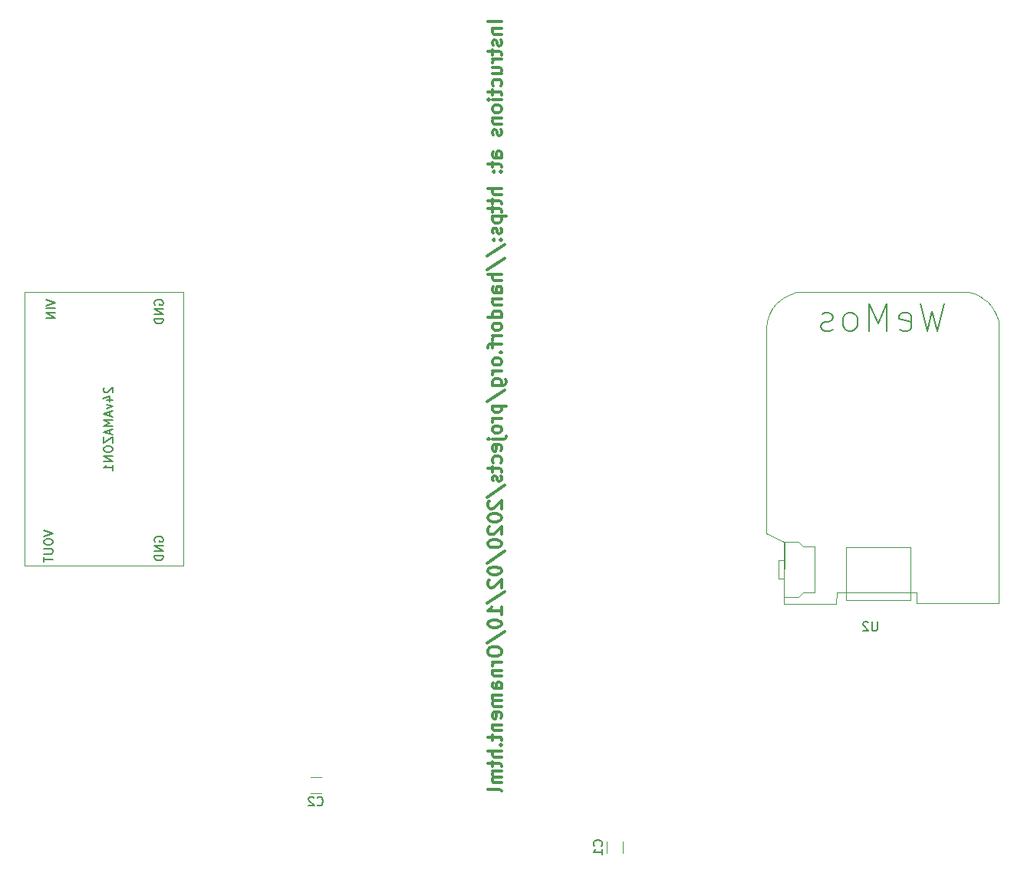
<source format=gbr>
G04 #@! TF.GenerationSoftware,KiCad,Pcbnew,(5.1.4)-1*
G04 #@! TF.CreationDate,2020-02-10T21:36:07-05:00*
G04 #@! TF.ProjectId,xmas,786d6173-2e6b-4696-9361-645f70636258,rev?*
G04 #@! TF.SameCoordinates,Original*
G04 #@! TF.FileFunction,Legend,Bot*
G04 #@! TF.FilePolarity,Positive*
%FSLAX46Y46*%
G04 Gerber Fmt 4.6, Leading zero omitted, Abs format (unit mm)*
G04 Created by KiCad (PCBNEW (5.1.4)-1) date 2020-02-10 21:36:07*
%MOMM*%
%LPD*%
G04 APERTURE LIST*
%ADD10C,0.300000*%
%ADD11C,0.120000*%
%ADD12C,0.100000*%
%ADD13C,0.150000*%
G04 APERTURE END LIST*
D10*
X189146571Y-26659428D02*
X187646571Y-26659428D01*
X188146571Y-27373714D02*
X189146571Y-27373714D01*
X188289428Y-27373714D02*
X188218000Y-27445142D01*
X188146571Y-27588000D01*
X188146571Y-27802285D01*
X188218000Y-27945142D01*
X188360857Y-28016571D01*
X189146571Y-28016571D01*
X189075142Y-28659428D02*
X189146571Y-28802285D01*
X189146571Y-29088000D01*
X189075142Y-29230857D01*
X188932285Y-29302285D01*
X188860857Y-29302285D01*
X188718000Y-29230857D01*
X188646571Y-29088000D01*
X188646571Y-28873714D01*
X188575142Y-28730857D01*
X188432285Y-28659428D01*
X188360857Y-28659428D01*
X188218000Y-28730857D01*
X188146571Y-28873714D01*
X188146571Y-29088000D01*
X188218000Y-29230857D01*
X188146571Y-29730857D02*
X188146571Y-30302285D01*
X187646571Y-29945142D02*
X188932285Y-29945142D01*
X189075142Y-30016571D01*
X189146571Y-30159428D01*
X189146571Y-30302285D01*
X189146571Y-30802285D02*
X188146571Y-30802285D01*
X188432285Y-30802285D02*
X188289428Y-30873714D01*
X188218000Y-30945142D01*
X188146571Y-31088000D01*
X188146571Y-31230857D01*
X188146571Y-32373714D02*
X189146571Y-32373714D01*
X188146571Y-31730857D02*
X188932285Y-31730857D01*
X189075142Y-31802285D01*
X189146571Y-31945142D01*
X189146571Y-32159428D01*
X189075142Y-32302285D01*
X189003714Y-32373714D01*
X189075142Y-33730857D02*
X189146571Y-33588000D01*
X189146571Y-33302285D01*
X189075142Y-33159428D01*
X189003714Y-33088000D01*
X188860857Y-33016571D01*
X188432285Y-33016571D01*
X188289428Y-33088000D01*
X188218000Y-33159428D01*
X188146571Y-33302285D01*
X188146571Y-33588000D01*
X188218000Y-33730857D01*
X188146571Y-34159428D02*
X188146571Y-34730857D01*
X187646571Y-34373714D02*
X188932285Y-34373714D01*
X189075142Y-34445142D01*
X189146571Y-34588000D01*
X189146571Y-34730857D01*
X189146571Y-35230857D02*
X188146571Y-35230857D01*
X187646571Y-35230857D02*
X187718000Y-35159428D01*
X187789428Y-35230857D01*
X187718000Y-35302285D01*
X187646571Y-35230857D01*
X187789428Y-35230857D01*
X189146571Y-36159428D02*
X189075142Y-36016571D01*
X189003714Y-35945142D01*
X188860857Y-35873714D01*
X188432285Y-35873714D01*
X188289428Y-35945142D01*
X188218000Y-36016571D01*
X188146571Y-36159428D01*
X188146571Y-36373714D01*
X188218000Y-36516571D01*
X188289428Y-36588000D01*
X188432285Y-36659428D01*
X188860857Y-36659428D01*
X189003714Y-36588000D01*
X189075142Y-36516571D01*
X189146571Y-36373714D01*
X189146571Y-36159428D01*
X188146571Y-37302285D02*
X189146571Y-37302285D01*
X188289428Y-37302285D02*
X188218000Y-37373714D01*
X188146571Y-37516571D01*
X188146571Y-37730857D01*
X188218000Y-37873714D01*
X188360857Y-37945142D01*
X189146571Y-37945142D01*
X189075142Y-38588000D02*
X189146571Y-38730857D01*
X189146571Y-39016571D01*
X189075142Y-39159428D01*
X188932285Y-39230857D01*
X188860857Y-39230857D01*
X188718000Y-39159428D01*
X188646571Y-39016571D01*
X188646571Y-38802285D01*
X188575142Y-38659428D01*
X188432285Y-38588000D01*
X188360857Y-38588000D01*
X188218000Y-38659428D01*
X188146571Y-38802285D01*
X188146571Y-39016571D01*
X188218000Y-39159428D01*
X189146571Y-41659428D02*
X188360857Y-41659428D01*
X188218000Y-41588000D01*
X188146571Y-41445142D01*
X188146571Y-41159428D01*
X188218000Y-41016571D01*
X189075142Y-41659428D02*
X189146571Y-41516571D01*
X189146571Y-41159428D01*
X189075142Y-41016571D01*
X188932285Y-40945142D01*
X188789428Y-40945142D01*
X188646571Y-41016571D01*
X188575142Y-41159428D01*
X188575142Y-41516571D01*
X188503714Y-41659428D01*
X188146571Y-42159428D02*
X188146571Y-42730857D01*
X187646571Y-42373714D02*
X188932285Y-42373714D01*
X189075142Y-42445142D01*
X189146571Y-42588000D01*
X189146571Y-42730857D01*
X189003714Y-43230857D02*
X189075142Y-43302285D01*
X189146571Y-43230857D01*
X189075142Y-43159428D01*
X189003714Y-43230857D01*
X189146571Y-43230857D01*
X188218000Y-43230857D02*
X188289428Y-43302285D01*
X188360857Y-43230857D01*
X188289428Y-43159428D01*
X188218000Y-43230857D01*
X188360857Y-43230857D01*
X189146571Y-45088000D02*
X187646571Y-45088000D01*
X189146571Y-45730857D02*
X188360857Y-45730857D01*
X188218000Y-45659428D01*
X188146571Y-45516571D01*
X188146571Y-45302285D01*
X188218000Y-45159428D01*
X188289428Y-45088000D01*
X188146571Y-46230857D02*
X188146571Y-46802285D01*
X187646571Y-46445142D02*
X188932285Y-46445142D01*
X189075142Y-46516571D01*
X189146571Y-46659428D01*
X189146571Y-46802285D01*
X188146571Y-47088000D02*
X188146571Y-47659428D01*
X187646571Y-47302285D02*
X188932285Y-47302285D01*
X189075142Y-47373714D01*
X189146571Y-47516571D01*
X189146571Y-47659428D01*
X188146571Y-48159428D02*
X189646571Y-48159428D01*
X188218000Y-48159428D02*
X188146571Y-48302285D01*
X188146571Y-48588000D01*
X188218000Y-48730857D01*
X188289428Y-48802285D01*
X188432285Y-48873714D01*
X188860857Y-48873714D01*
X189003714Y-48802285D01*
X189075142Y-48730857D01*
X189146571Y-48588000D01*
X189146571Y-48302285D01*
X189075142Y-48159428D01*
X189075142Y-49445142D02*
X189146571Y-49588000D01*
X189146571Y-49873714D01*
X189075142Y-50016571D01*
X188932285Y-50088000D01*
X188860857Y-50088000D01*
X188718000Y-50016571D01*
X188646571Y-49873714D01*
X188646571Y-49659428D01*
X188575142Y-49516571D01*
X188432285Y-49445142D01*
X188360857Y-49445142D01*
X188218000Y-49516571D01*
X188146571Y-49659428D01*
X188146571Y-49873714D01*
X188218000Y-50016571D01*
X189003714Y-50730857D02*
X189075142Y-50802285D01*
X189146571Y-50730857D01*
X189075142Y-50659428D01*
X189003714Y-50730857D01*
X189146571Y-50730857D01*
X188218000Y-50730857D02*
X188289428Y-50802285D01*
X188360857Y-50730857D01*
X188289428Y-50659428D01*
X188218000Y-50730857D01*
X188360857Y-50730857D01*
X187575142Y-52516571D02*
X189503714Y-51230857D01*
X187575142Y-54088000D02*
X189503714Y-52802285D01*
X189146571Y-54588000D02*
X187646571Y-54588000D01*
X189146571Y-55230857D02*
X188360857Y-55230857D01*
X188218000Y-55159428D01*
X188146571Y-55016571D01*
X188146571Y-54802285D01*
X188218000Y-54659428D01*
X188289428Y-54588000D01*
X189146571Y-56588000D02*
X188360857Y-56588000D01*
X188218000Y-56516571D01*
X188146571Y-56373714D01*
X188146571Y-56088000D01*
X188218000Y-55945142D01*
X189075142Y-56588000D02*
X189146571Y-56445142D01*
X189146571Y-56088000D01*
X189075142Y-55945142D01*
X188932285Y-55873714D01*
X188789428Y-55873714D01*
X188646571Y-55945142D01*
X188575142Y-56088000D01*
X188575142Y-56445142D01*
X188503714Y-56588000D01*
X188146571Y-57302285D02*
X189146571Y-57302285D01*
X188289428Y-57302285D02*
X188218000Y-57373714D01*
X188146571Y-57516571D01*
X188146571Y-57730857D01*
X188218000Y-57873714D01*
X188360857Y-57945142D01*
X189146571Y-57945142D01*
X189146571Y-59302285D02*
X187646571Y-59302285D01*
X189075142Y-59302285D02*
X189146571Y-59159428D01*
X189146571Y-58873714D01*
X189075142Y-58730857D01*
X189003714Y-58659428D01*
X188860857Y-58588000D01*
X188432285Y-58588000D01*
X188289428Y-58659428D01*
X188218000Y-58730857D01*
X188146571Y-58873714D01*
X188146571Y-59159428D01*
X188218000Y-59302285D01*
X189146571Y-60230857D02*
X189075142Y-60088000D01*
X189003714Y-60016571D01*
X188860857Y-59945142D01*
X188432285Y-59945142D01*
X188289428Y-60016571D01*
X188218000Y-60088000D01*
X188146571Y-60230857D01*
X188146571Y-60445142D01*
X188218000Y-60588000D01*
X188289428Y-60659428D01*
X188432285Y-60730857D01*
X188860857Y-60730857D01*
X189003714Y-60659428D01*
X189075142Y-60588000D01*
X189146571Y-60445142D01*
X189146571Y-60230857D01*
X189146571Y-61373714D02*
X188146571Y-61373714D01*
X188432285Y-61373714D02*
X188289428Y-61445142D01*
X188218000Y-61516571D01*
X188146571Y-61659428D01*
X188146571Y-61802285D01*
X188146571Y-62088000D02*
X188146571Y-62659428D01*
X189146571Y-62302285D02*
X187860857Y-62302285D01*
X187718000Y-62373714D01*
X187646571Y-62516571D01*
X187646571Y-62659428D01*
X189003714Y-63159428D02*
X189075142Y-63230857D01*
X189146571Y-63159428D01*
X189075142Y-63088000D01*
X189003714Y-63159428D01*
X189146571Y-63159428D01*
X189146571Y-64088000D02*
X189075142Y-63945142D01*
X189003714Y-63873714D01*
X188860857Y-63802285D01*
X188432285Y-63802285D01*
X188289428Y-63873714D01*
X188218000Y-63945142D01*
X188146571Y-64088000D01*
X188146571Y-64302285D01*
X188218000Y-64445142D01*
X188289428Y-64516571D01*
X188432285Y-64588000D01*
X188860857Y-64588000D01*
X189003714Y-64516571D01*
X189075142Y-64445142D01*
X189146571Y-64302285D01*
X189146571Y-64088000D01*
X189146571Y-65230857D02*
X188146571Y-65230857D01*
X188432285Y-65230857D02*
X188289428Y-65302285D01*
X188218000Y-65373714D01*
X188146571Y-65516571D01*
X188146571Y-65659428D01*
X188146571Y-66802285D02*
X189360857Y-66802285D01*
X189503714Y-66730857D01*
X189575142Y-66659428D01*
X189646571Y-66516571D01*
X189646571Y-66302285D01*
X189575142Y-66159428D01*
X189075142Y-66802285D02*
X189146571Y-66659428D01*
X189146571Y-66373714D01*
X189075142Y-66230857D01*
X189003714Y-66159428D01*
X188860857Y-66088000D01*
X188432285Y-66088000D01*
X188289428Y-66159428D01*
X188218000Y-66230857D01*
X188146571Y-66373714D01*
X188146571Y-66659428D01*
X188218000Y-66802285D01*
X187575142Y-68588000D02*
X189503714Y-67302285D01*
X188146571Y-69088000D02*
X189646571Y-69088000D01*
X188218000Y-69088000D02*
X188146571Y-69230857D01*
X188146571Y-69516571D01*
X188218000Y-69659428D01*
X188289428Y-69730857D01*
X188432285Y-69802285D01*
X188860857Y-69802285D01*
X189003714Y-69730857D01*
X189075142Y-69659428D01*
X189146571Y-69516571D01*
X189146571Y-69230857D01*
X189075142Y-69088000D01*
X189146571Y-70445142D02*
X188146571Y-70445142D01*
X188432285Y-70445142D02*
X188289428Y-70516571D01*
X188218000Y-70588000D01*
X188146571Y-70730857D01*
X188146571Y-70873714D01*
X189146571Y-71588000D02*
X189075142Y-71445142D01*
X189003714Y-71373714D01*
X188860857Y-71302285D01*
X188432285Y-71302285D01*
X188289428Y-71373714D01*
X188218000Y-71445142D01*
X188146571Y-71588000D01*
X188146571Y-71802285D01*
X188218000Y-71945142D01*
X188289428Y-72016571D01*
X188432285Y-72088000D01*
X188860857Y-72088000D01*
X189003714Y-72016571D01*
X189075142Y-71945142D01*
X189146571Y-71802285D01*
X189146571Y-71588000D01*
X188146571Y-72730857D02*
X189432285Y-72730857D01*
X189575142Y-72659428D01*
X189646571Y-72516571D01*
X189646571Y-72445142D01*
X187646571Y-72730857D02*
X187718000Y-72659428D01*
X187789428Y-72730857D01*
X187718000Y-72802285D01*
X187646571Y-72730857D01*
X187789428Y-72730857D01*
X189075142Y-74016571D02*
X189146571Y-73873714D01*
X189146571Y-73588000D01*
X189075142Y-73445142D01*
X188932285Y-73373714D01*
X188360857Y-73373714D01*
X188218000Y-73445142D01*
X188146571Y-73588000D01*
X188146571Y-73873714D01*
X188218000Y-74016571D01*
X188360857Y-74088000D01*
X188503714Y-74088000D01*
X188646571Y-73373714D01*
X189075142Y-75373714D02*
X189146571Y-75230857D01*
X189146571Y-74945142D01*
X189075142Y-74802285D01*
X189003714Y-74730857D01*
X188860857Y-74659428D01*
X188432285Y-74659428D01*
X188289428Y-74730857D01*
X188218000Y-74802285D01*
X188146571Y-74945142D01*
X188146571Y-75230857D01*
X188218000Y-75373714D01*
X188146571Y-75802285D02*
X188146571Y-76373714D01*
X187646571Y-76016571D02*
X188932285Y-76016571D01*
X189075142Y-76088000D01*
X189146571Y-76230857D01*
X189146571Y-76373714D01*
X189075142Y-76802285D02*
X189146571Y-76945142D01*
X189146571Y-77230857D01*
X189075142Y-77373714D01*
X188932285Y-77445142D01*
X188860857Y-77445142D01*
X188718000Y-77373714D01*
X188646571Y-77230857D01*
X188646571Y-77016571D01*
X188575142Y-76873714D01*
X188432285Y-76802285D01*
X188360857Y-76802285D01*
X188218000Y-76873714D01*
X188146571Y-77016571D01*
X188146571Y-77230857D01*
X188218000Y-77373714D01*
X187575142Y-79159428D02*
X189503714Y-77873714D01*
X187789428Y-79588000D02*
X187718000Y-79659428D01*
X187646571Y-79802285D01*
X187646571Y-80159428D01*
X187718000Y-80302285D01*
X187789428Y-80373714D01*
X187932285Y-80445142D01*
X188075142Y-80445142D01*
X188289428Y-80373714D01*
X189146571Y-79516571D01*
X189146571Y-80445142D01*
X187646571Y-81373714D02*
X187646571Y-81516571D01*
X187718000Y-81659428D01*
X187789428Y-81730857D01*
X187932285Y-81802285D01*
X188218000Y-81873714D01*
X188575142Y-81873714D01*
X188860857Y-81802285D01*
X189003714Y-81730857D01*
X189075142Y-81659428D01*
X189146571Y-81516571D01*
X189146571Y-81373714D01*
X189075142Y-81230857D01*
X189003714Y-81159428D01*
X188860857Y-81088000D01*
X188575142Y-81016571D01*
X188218000Y-81016571D01*
X187932285Y-81088000D01*
X187789428Y-81159428D01*
X187718000Y-81230857D01*
X187646571Y-81373714D01*
X187789428Y-82445142D02*
X187718000Y-82516571D01*
X187646571Y-82659428D01*
X187646571Y-83016571D01*
X187718000Y-83159428D01*
X187789428Y-83230857D01*
X187932285Y-83302285D01*
X188075142Y-83302285D01*
X188289428Y-83230857D01*
X189146571Y-82373714D01*
X189146571Y-83302285D01*
X187646571Y-84230857D02*
X187646571Y-84373714D01*
X187718000Y-84516571D01*
X187789428Y-84588000D01*
X187932285Y-84659428D01*
X188218000Y-84730857D01*
X188575142Y-84730857D01*
X188860857Y-84659428D01*
X189003714Y-84588000D01*
X189075142Y-84516571D01*
X189146571Y-84373714D01*
X189146571Y-84230857D01*
X189075142Y-84088000D01*
X189003714Y-84016571D01*
X188860857Y-83945142D01*
X188575142Y-83873714D01*
X188218000Y-83873714D01*
X187932285Y-83945142D01*
X187789428Y-84016571D01*
X187718000Y-84088000D01*
X187646571Y-84230857D01*
X187575142Y-86445142D02*
X189503714Y-85159428D01*
X187646571Y-87230857D02*
X187646571Y-87373714D01*
X187718000Y-87516571D01*
X187789428Y-87588000D01*
X187932285Y-87659428D01*
X188218000Y-87730857D01*
X188575142Y-87730857D01*
X188860857Y-87659428D01*
X189003714Y-87588000D01*
X189075142Y-87516571D01*
X189146571Y-87373714D01*
X189146571Y-87230857D01*
X189075142Y-87088000D01*
X189003714Y-87016571D01*
X188860857Y-86945142D01*
X188575142Y-86873714D01*
X188218000Y-86873714D01*
X187932285Y-86945142D01*
X187789428Y-87016571D01*
X187718000Y-87088000D01*
X187646571Y-87230857D01*
X187789428Y-88302285D02*
X187718000Y-88373714D01*
X187646571Y-88516571D01*
X187646571Y-88873714D01*
X187718000Y-89016571D01*
X187789428Y-89088000D01*
X187932285Y-89159428D01*
X188075142Y-89159428D01*
X188289428Y-89088000D01*
X189146571Y-88230857D01*
X189146571Y-89159428D01*
X187575142Y-90873714D02*
X189503714Y-89588000D01*
X189146571Y-92159428D02*
X189146571Y-91302285D01*
X189146571Y-91730857D02*
X187646571Y-91730857D01*
X187860857Y-91588000D01*
X188003714Y-91445142D01*
X188075142Y-91302285D01*
X187646571Y-93088000D02*
X187646571Y-93230857D01*
X187718000Y-93373714D01*
X187789428Y-93445142D01*
X187932285Y-93516571D01*
X188218000Y-93588000D01*
X188575142Y-93588000D01*
X188860857Y-93516571D01*
X189003714Y-93445142D01*
X189075142Y-93373714D01*
X189146571Y-93230857D01*
X189146571Y-93088000D01*
X189075142Y-92945142D01*
X189003714Y-92873714D01*
X188860857Y-92802285D01*
X188575142Y-92730857D01*
X188218000Y-92730857D01*
X187932285Y-92802285D01*
X187789428Y-92873714D01*
X187718000Y-92945142D01*
X187646571Y-93088000D01*
X187575142Y-95302285D02*
X189503714Y-94016571D01*
X187646571Y-96088000D02*
X187646571Y-96373714D01*
X187718000Y-96516571D01*
X187860857Y-96659428D01*
X188146571Y-96730857D01*
X188646571Y-96730857D01*
X188932285Y-96659428D01*
X189075142Y-96516571D01*
X189146571Y-96373714D01*
X189146571Y-96088000D01*
X189075142Y-95945142D01*
X188932285Y-95802285D01*
X188646571Y-95730857D01*
X188146571Y-95730857D01*
X187860857Y-95802285D01*
X187718000Y-95945142D01*
X187646571Y-96088000D01*
X189146571Y-97373714D02*
X188146571Y-97373714D01*
X188432285Y-97373714D02*
X188289428Y-97445142D01*
X188218000Y-97516571D01*
X188146571Y-97659428D01*
X188146571Y-97802285D01*
X188146571Y-98302285D02*
X189146571Y-98302285D01*
X188289428Y-98302285D02*
X188218000Y-98373714D01*
X188146571Y-98516571D01*
X188146571Y-98730857D01*
X188218000Y-98873714D01*
X188360857Y-98945142D01*
X189146571Y-98945142D01*
X189146571Y-100302285D02*
X188360857Y-100302285D01*
X188218000Y-100230857D01*
X188146571Y-100088000D01*
X188146571Y-99802285D01*
X188218000Y-99659428D01*
X189075142Y-100302285D02*
X189146571Y-100159428D01*
X189146571Y-99802285D01*
X189075142Y-99659428D01*
X188932285Y-99588000D01*
X188789428Y-99588000D01*
X188646571Y-99659428D01*
X188575142Y-99802285D01*
X188575142Y-100159428D01*
X188503714Y-100302285D01*
X189146571Y-101016571D02*
X188146571Y-101016571D01*
X188289428Y-101016571D02*
X188218000Y-101088000D01*
X188146571Y-101230857D01*
X188146571Y-101445142D01*
X188218000Y-101588000D01*
X188360857Y-101659428D01*
X189146571Y-101659428D01*
X188360857Y-101659428D02*
X188218000Y-101730857D01*
X188146571Y-101873714D01*
X188146571Y-102088000D01*
X188218000Y-102230857D01*
X188360857Y-102302285D01*
X189146571Y-102302285D01*
X189075142Y-103588000D02*
X189146571Y-103445142D01*
X189146571Y-103159428D01*
X189075142Y-103016571D01*
X188932285Y-102945142D01*
X188360857Y-102945142D01*
X188218000Y-103016571D01*
X188146571Y-103159428D01*
X188146571Y-103445142D01*
X188218000Y-103588000D01*
X188360857Y-103659428D01*
X188503714Y-103659428D01*
X188646571Y-102945142D01*
X188146571Y-104302285D02*
X189146571Y-104302285D01*
X188289428Y-104302285D02*
X188218000Y-104373714D01*
X188146571Y-104516571D01*
X188146571Y-104730857D01*
X188218000Y-104873714D01*
X188360857Y-104945142D01*
X189146571Y-104945142D01*
X188146571Y-105445142D02*
X188146571Y-106016571D01*
X187646571Y-105659428D02*
X188932285Y-105659428D01*
X189075142Y-105730857D01*
X189146571Y-105873714D01*
X189146571Y-106016571D01*
X189003714Y-106516571D02*
X189075142Y-106588000D01*
X189146571Y-106516571D01*
X189075142Y-106445142D01*
X189003714Y-106516571D01*
X189146571Y-106516571D01*
X189146571Y-107230857D02*
X187646571Y-107230857D01*
X189146571Y-107873714D02*
X188360857Y-107873714D01*
X188218000Y-107802285D01*
X188146571Y-107659428D01*
X188146571Y-107445142D01*
X188218000Y-107302285D01*
X188289428Y-107230857D01*
X188146571Y-108373714D02*
X188146571Y-108945142D01*
X187646571Y-108588000D02*
X188932285Y-108588000D01*
X189075142Y-108659428D01*
X189146571Y-108802285D01*
X189146571Y-108945142D01*
X189146571Y-109445142D02*
X188146571Y-109445142D01*
X188289428Y-109445142D02*
X188218000Y-109516571D01*
X188146571Y-109659428D01*
X188146571Y-109873714D01*
X188218000Y-110016571D01*
X188360857Y-110088000D01*
X189146571Y-110088000D01*
X188360857Y-110088000D02*
X188218000Y-110159428D01*
X188146571Y-110302285D01*
X188146571Y-110516571D01*
X188218000Y-110659428D01*
X188360857Y-110730857D01*
X189146571Y-110730857D01*
X189146571Y-111659428D02*
X189075142Y-111516571D01*
X188932285Y-111445142D01*
X187646571Y-111445142D01*
D11*
X136556750Y-56546750D02*
X136556750Y-86709250D01*
X154019250Y-56546750D02*
X136556750Y-56546750D01*
X154019250Y-86709250D02*
X154019250Y-56546750D01*
X136556750Y-86709250D02*
X154019250Y-86709250D01*
D12*
X219708483Y-88152932D02*
X220325844Y-88152932D01*
X219708483Y-86159738D02*
X219708483Y-88152932D01*
X220361122Y-86159738D02*
X219708483Y-86159738D01*
X220343483Y-90163765D02*
X220396400Y-84078349D01*
X221913344Y-90163765D02*
X220343483Y-90163765D01*
X222442511Y-89669876D02*
X221913344Y-90163765D01*
X223730150Y-89669876D02*
X222442511Y-89669876D01*
X223730150Y-84607515D02*
X223730150Y-89669876D01*
X222477789Y-84607515D02*
X223730150Y-84607515D01*
X221948622Y-84078349D02*
X222477789Y-84607515D01*
X220396400Y-84078349D02*
X221948622Y-84078349D01*
X234319650Y-90541188D02*
X234319650Y-84727451D01*
X227180069Y-90541188D02*
X234319650Y-90541188D01*
X227180069Y-84727451D02*
X227180069Y-90541188D01*
X234319650Y-84727451D02*
X227180069Y-84727451D01*
X220307520Y-84100181D02*
X220337314Y-90908524D01*
X218363974Y-83139285D02*
X220307520Y-84100181D01*
X218388922Y-60584193D02*
X218363974Y-83139285D01*
X218504518Y-59691425D02*
X218388922Y-60584193D01*
X218732878Y-58936387D02*
X218504518Y-59691425D01*
X219060405Y-58304540D02*
X218732878Y-58936387D01*
X219473497Y-57781342D02*
X219060405Y-58304540D01*
X219958555Y-57352257D02*
X219473497Y-57781342D01*
X220501982Y-57002742D02*
X219958555Y-57352257D01*
X221090176Y-56718259D02*
X220501982Y-57002742D01*
X221709540Y-56484266D02*
X221090176Y-56718259D01*
X240747453Y-56513024D02*
X221709540Y-56484266D01*
X241345250Y-56698690D02*
X240747453Y-56513024D01*
X241889440Y-56945623D02*
X241345250Y-56698690D01*
X242380512Y-57253259D02*
X241889440Y-56945623D01*
X242818953Y-57621048D02*
X242380512Y-57253259D01*
X243205253Y-58048423D02*
X242818953Y-57621048D01*
X243539901Y-58534833D02*
X243205253Y-58048423D01*
X243823384Y-59079714D02*
X243539901Y-58534833D01*
X244056195Y-59682507D02*
X243823384Y-59079714D01*
X244070193Y-90852658D02*
X244056195Y-59682507D01*
X234989397Y-90878736D02*
X244070193Y-90852658D01*
X234991373Y-89676483D02*
X234989397Y-90878736D01*
X226160151Y-89669795D02*
X234991373Y-89676483D01*
X226133820Y-90953228D02*
X226160151Y-89669795D01*
X220322528Y-90953228D02*
X226133820Y-90953228D01*
D11*
X168053936Y-110088000D02*
X169258064Y-110088000D01*
X168053936Y-111908000D02*
X169258064Y-111908000D01*
X202586000Y-117253936D02*
X202586000Y-118458064D01*
X200766000Y-117253936D02*
X200766000Y-118458064D01*
D13*
X145335619Y-67056571D02*
X145288000Y-67104190D01*
X145240380Y-67199428D01*
X145240380Y-67437523D01*
X145288000Y-67532761D01*
X145335619Y-67580380D01*
X145430857Y-67628000D01*
X145526095Y-67628000D01*
X145668952Y-67580380D01*
X146240380Y-67008952D01*
X146240380Y-67628000D01*
X145573714Y-68485142D02*
X146240380Y-68485142D01*
X145192761Y-68247047D02*
X145907047Y-68008952D01*
X145907047Y-68628000D01*
X145573714Y-68913714D02*
X146240380Y-69151809D01*
X145573714Y-69389904D01*
X145954666Y-69723238D02*
X145954666Y-70199428D01*
X146240380Y-69628000D02*
X145240380Y-69961333D01*
X146240380Y-70294666D01*
X146240380Y-70628000D02*
X145240380Y-70628000D01*
X145954666Y-70961333D01*
X145240380Y-71294666D01*
X146240380Y-71294666D01*
X145954666Y-71723238D02*
X145954666Y-72199428D01*
X146240380Y-71628000D02*
X145240380Y-71961333D01*
X146240380Y-72294666D01*
X145240380Y-72532761D02*
X145240380Y-73199428D01*
X146240380Y-72532761D01*
X146240380Y-73199428D01*
X145240380Y-73770857D02*
X145240380Y-73961333D01*
X145288000Y-74056571D01*
X145383238Y-74151809D01*
X145573714Y-74199428D01*
X145907047Y-74199428D01*
X146097523Y-74151809D01*
X146192761Y-74056571D01*
X146240380Y-73961333D01*
X146240380Y-73770857D01*
X146192761Y-73675619D01*
X146097523Y-73580380D01*
X145907047Y-73532761D01*
X145573714Y-73532761D01*
X145383238Y-73580380D01*
X145288000Y-73675619D01*
X145240380Y-73770857D01*
X146240380Y-74628000D02*
X145240380Y-74628000D01*
X146240380Y-75199428D01*
X145240380Y-75199428D01*
X146240380Y-76199428D02*
X146240380Y-75628000D01*
X146240380Y-75913714D02*
X145240380Y-75913714D01*
X145383238Y-75818476D01*
X145478476Y-75723238D01*
X145526095Y-75628000D01*
X138644380Y-82820095D02*
X139644380Y-83153428D01*
X138644380Y-83486761D01*
X138644380Y-84010571D02*
X138644380Y-84201047D01*
X138692000Y-84296285D01*
X138787238Y-84391523D01*
X138977714Y-84439142D01*
X139311047Y-84439142D01*
X139501523Y-84391523D01*
X139596761Y-84296285D01*
X139644380Y-84201047D01*
X139644380Y-84010571D01*
X139596761Y-83915333D01*
X139501523Y-83820095D01*
X139311047Y-83772476D01*
X138977714Y-83772476D01*
X138787238Y-83820095D01*
X138692000Y-83915333D01*
X138644380Y-84010571D01*
X138644380Y-84867714D02*
X139453904Y-84867714D01*
X139549142Y-84915333D01*
X139596761Y-84962952D01*
X139644380Y-85058190D01*
X139644380Y-85248666D01*
X139596761Y-85343904D01*
X139549142Y-85391523D01*
X139453904Y-85439142D01*
X138644380Y-85439142D01*
X138644380Y-85772476D02*
X138644380Y-86343904D01*
X139644380Y-86058190D02*
X138644380Y-86058190D01*
X150884000Y-84074095D02*
X150836380Y-83978857D01*
X150836380Y-83836000D01*
X150884000Y-83693142D01*
X150979238Y-83597904D01*
X151074476Y-83550285D01*
X151264952Y-83502666D01*
X151407809Y-83502666D01*
X151598285Y-83550285D01*
X151693523Y-83597904D01*
X151788761Y-83693142D01*
X151836380Y-83836000D01*
X151836380Y-83931238D01*
X151788761Y-84074095D01*
X151741142Y-84121714D01*
X151407809Y-84121714D01*
X151407809Y-83931238D01*
X151836380Y-84550285D02*
X150836380Y-84550285D01*
X151836380Y-85121714D01*
X150836380Y-85121714D01*
X151836380Y-85597904D02*
X150836380Y-85597904D01*
X150836380Y-85836000D01*
X150884000Y-85978857D01*
X150979238Y-86074095D01*
X151074476Y-86121714D01*
X151264952Y-86169333D01*
X151407809Y-86169333D01*
X151598285Y-86121714D01*
X151693523Y-86074095D01*
X151788761Y-85978857D01*
X151836380Y-85836000D01*
X151836380Y-85597904D01*
X150884000Y-57912095D02*
X150836380Y-57816857D01*
X150836380Y-57674000D01*
X150884000Y-57531142D01*
X150979238Y-57435904D01*
X151074476Y-57388285D01*
X151264952Y-57340666D01*
X151407809Y-57340666D01*
X151598285Y-57388285D01*
X151693523Y-57435904D01*
X151788761Y-57531142D01*
X151836380Y-57674000D01*
X151836380Y-57769238D01*
X151788761Y-57912095D01*
X151741142Y-57959714D01*
X151407809Y-57959714D01*
X151407809Y-57769238D01*
X151836380Y-58388285D02*
X150836380Y-58388285D01*
X151836380Y-58959714D01*
X150836380Y-58959714D01*
X151836380Y-59435904D02*
X150836380Y-59435904D01*
X150836380Y-59674000D01*
X150884000Y-59816857D01*
X150979238Y-59912095D01*
X151074476Y-59959714D01*
X151264952Y-60007333D01*
X151407809Y-60007333D01*
X151598285Y-59959714D01*
X151693523Y-59912095D01*
X151788761Y-59816857D01*
X151836380Y-59674000D01*
X151836380Y-59435904D01*
X138898380Y-57324761D02*
X139898380Y-57658095D01*
X138898380Y-57991428D01*
X139898380Y-58324761D02*
X138898380Y-58324761D01*
X139898380Y-58800952D02*
X138898380Y-58800952D01*
X139898380Y-59372380D01*
X138898380Y-59372380D01*
X230631904Y-92938380D02*
X230631904Y-93747904D01*
X230584285Y-93843142D01*
X230536666Y-93890761D01*
X230441428Y-93938380D01*
X230250952Y-93938380D01*
X230155714Y-93890761D01*
X230108095Y-93843142D01*
X230060476Y-93747904D01*
X230060476Y-92938380D01*
X229631904Y-93033619D02*
X229584285Y-92986000D01*
X229489047Y-92938380D01*
X229250952Y-92938380D01*
X229155714Y-92986000D01*
X229108095Y-93033619D01*
X229060476Y-93128857D01*
X229060476Y-93224095D01*
X229108095Y-93366952D01*
X229679523Y-93938380D01*
X229060476Y-93938380D01*
X237997142Y-57793142D02*
X237282857Y-60793142D01*
X236711428Y-58650285D01*
X236140000Y-60793142D01*
X235425714Y-57793142D01*
X233140000Y-60650285D02*
X233425714Y-60793142D01*
X233997142Y-60793142D01*
X234282857Y-60650285D01*
X234425714Y-60364571D01*
X234425714Y-59221714D01*
X234282857Y-58936000D01*
X233997142Y-58793142D01*
X233425714Y-58793142D01*
X233140000Y-58936000D01*
X232997142Y-59221714D01*
X232997142Y-59507428D01*
X234425714Y-59793142D01*
X231711428Y-60793142D02*
X231711428Y-57793142D01*
X230711428Y-59936000D01*
X229711428Y-57793142D01*
X229711428Y-60793142D01*
X227854285Y-60793142D02*
X228140000Y-60650285D01*
X228282857Y-60507428D01*
X228425714Y-60221714D01*
X228425714Y-59364571D01*
X228282857Y-59078857D01*
X228140000Y-58936000D01*
X227854285Y-58793142D01*
X227425714Y-58793142D01*
X227140000Y-58936000D01*
X226997142Y-59078857D01*
X226854285Y-59364571D01*
X226854285Y-60221714D01*
X226997142Y-60507428D01*
X227140000Y-60650285D01*
X227425714Y-60793142D01*
X227854285Y-60793142D01*
X225711428Y-60650285D02*
X225425714Y-60793142D01*
X224854285Y-60793142D01*
X224568571Y-60650285D01*
X224425714Y-60364571D01*
X224425714Y-60221714D01*
X224568571Y-59936000D01*
X224854285Y-59793142D01*
X225282857Y-59793142D01*
X225568571Y-59650285D01*
X225711428Y-59364571D01*
X225711428Y-59221714D01*
X225568571Y-58936000D01*
X225282857Y-58793142D01*
X224854285Y-58793142D01*
X224568571Y-58936000D01*
X168822666Y-113175142D02*
X168870285Y-113222761D01*
X169013142Y-113270380D01*
X169108380Y-113270380D01*
X169251238Y-113222761D01*
X169346476Y-113127523D01*
X169394095Y-113032285D01*
X169441714Y-112841809D01*
X169441714Y-112698952D01*
X169394095Y-112508476D01*
X169346476Y-112413238D01*
X169251238Y-112318000D01*
X169108380Y-112270380D01*
X169013142Y-112270380D01*
X168870285Y-112318000D01*
X168822666Y-112365619D01*
X168441714Y-112365619D02*
X168394095Y-112318000D01*
X168298857Y-112270380D01*
X168060761Y-112270380D01*
X167965523Y-112318000D01*
X167917904Y-112365619D01*
X167870285Y-112460857D01*
X167870285Y-112556095D01*
X167917904Y-112698952D01*
X168489333Y-113270380D01*
X167870285Y-113270380D01*
X200213142Y-117689333D02*
X200260761Y-117641714D01*
X200308380Y-117498857D01*
X200308380Y-117403619D01*
X200260761Y-117260761D01*
X200165523Y-117165523D01*
X200070285Y-117117904D01*
X199879809Y-117070285D01*
X199736952Y-117070285D01*
X199546476Y-117117904D01*
X199451238Y-117165523D01*
X199356000Y-117260761D01*
X199308380Y-117403619D01*
X199308380Y-117498857D01*
X199356000Y-117641714D01*
X199403619Y-117689333D01*
X200308380Y-118641714D02*
X200308380Y-118070285D01*
X200308380Y-118356000D02*
X199308380Y-118356000D01*
X199451238Y-118260761D01*
X199546476Y-118165523D01*
X199594095Y-118070285D01*
M02*

</source>
